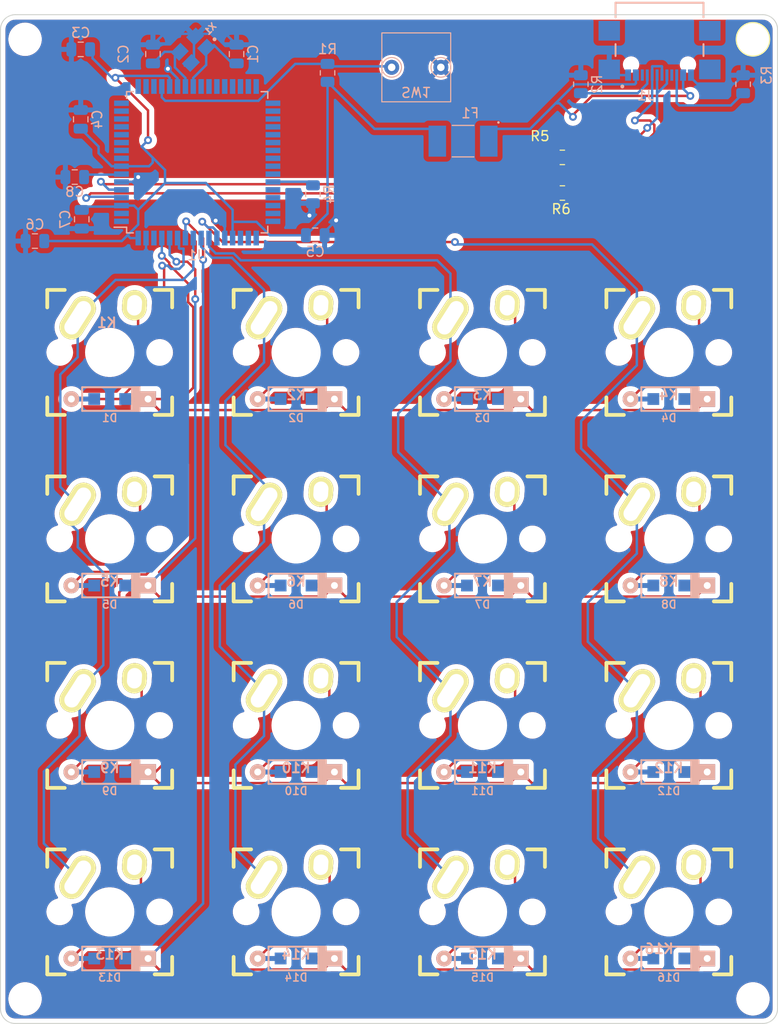
<source format=kicad_pcb>
(kicad_pcb (version 20210824) (generator pcbnew)
  (title_block (title "Mini-Keyboard MKII") (date "2021-09-02") (rev "B1"))
  (layers (0 "F.Cu" signal) (31 "B.Cu" signal) (34 "B.Paste" user) (35 "F.Paste" user) (36 "B.SilkS" user "B.Silkscreen") (37 "F.SilkS" user "F.Silkscreen") (38 "B.Mask" user) (39 "F.Mask" user) (44 "Edge.Cuts" user))
  (net 0 "")
  (net 1 "Net-(C1-Pad1)")
  (net 2 "GND")
  (net 3 "Net-(C2-Pad1)")
  (net 4 "VCC")
  (net 5 "Net-(C8-Pad2)")
  (net 6 "Net-(D1-Pad2)")
  (net 7 "row0")
  (net 8 "Net-(D2-Pad2)")
  (net 9 "Net-(D3-Pad2)")
  (net 10 "Net-(D4-Pad2)")
  (net 11 "Net-(D5-Pad2)")
  (net 12 "row1")
  (net 13 "Net-(D6-Pad2)")
  (net 14 "Net-(D7-Pad2)")
  (net 15 "Net-(D8-Pad2)")
  (net 16 "Net-(D9-Pad2)")
  (net 17 "row2")
  (net 18 "Net-(D10-Pad2)")
  (net 19 "Net-(D11-Pad2)")
  (net 20 "Net-(D12-Pad2)")
  (net 21 "Net-(D13-Pad2)")
  (net 22 "row3")
  (net 23 "Net-(D14-Pad2)")
  (net 24 "Net-(D15-Pad2)")
  (net 25 "Net-(D16-Pad2)")
  (net 27 "Net-(J1-PadB5)")
  (net 28 "Net-(J1-PadA5)")
  (net 30 "Net-(J1-PadA7)")
  (net 31 "Net-(J1-PadA6)")
  (net 32 "col0")
  (net 33 "col1")
  (net 34 "col2")
  (net 35 "col3")
  (net 36 "Net-(R1-Pad2)")
  (net 37 "Net-(R4-Pad2)")
  (net 78 "Net-(J1-PadA4)")
  (net 79 "Net-(U1-Pad5)")
  (net 80 "Net-(U1-Pad4)")
  (footprint "keebs:Mx_Alps_100" (layer "F.Cu") (at 132.9484 91.7629)
    (fp_text reference "K8")
    (fp_text value "KEYSW" hide)
  )
  (footprint "keebs:Mx_Alps_100" (layer "F.Cu") (at 95.0516 110.7113)
    (fp_text reference "K10")
    (fp_text value "KEYSW" hide)
  )
  (footprint "keyboard_main:m3 screw hole" (layer "F.Cu") (at 141.5 41)
    (fp_text reference "REF**" hide)
    (fp_text value "m3 screw hole" hide)
  )
  (footprint "keebs:Mx_Alps_100" (layer "F.Cu") (at 132.9484 129.6597)
    (fp_text reference "K16")
    (fp_text value "KEYSW" hide)
  )
  (footprint "keebs:Mx_Alps_100" (layer "F.Cu") (at 132.9484 110.7113)
    (fp_text reference "K12")
    (fp_text value "KEYSW" hide)
  )
  (footprint "Resistor_SMD:R_0805_2012Metric" (layer "F.Cu") (at 122.1275 56.62 180)
    (fp_text reference "R6")
    (fp_text value "22")
  )
  (footprint "Resistor_SMD:R_0805_2012Metric" (layer "F.Cu") (at 122.12 53 180)
    (fp_text reference "R5")
    (fp_text value "22")
  )
  (footprint "keebs:Mx_Alps_100" (layer "F.Cu") (at 114 129.6597)
    (fp_text reference "K15")
    (fp_text value "KEYSW" hide)
  )
  (footprint "" (layer "F.Cu") (at 67.5 41)
    (fp_text reference "")
    (fp_text value "")
  )
  (footprint "keebs:Mx_Alps_100" (layer "F.Cu") (at 76.1032 91.7629)
    (fp_text reference "K5")
    (fp_text value "KEYSW" hide)
  )
  (footprint "keebs:Mx_Alps_100" (layer "F.Cu") (at 95.0516 129.6597)
    (fp_text reference "K14")
    (fp_text value "KEYSW" hide)
  )
  (footprint "keebs:Mx_Alps_100" (layer "F.Cu") (at 114 72.8145)
    (fp_text reference "K3")
    (fp_text value "KEYSW" hide)
  )
  (footprint "keebs:Mx_Alps_100" (layer "F.Cu") (at 114 110.7113)
    (fp_text reference "K11")
    (fp_text value "KEYSW" hide)
  )
  (footprint "keebs:Mx_Alps_100" (layer "F.Cu") (at 95.0516 72.8145)
    (fp_text reference "K2")
    (fp_text value "KEYSW" hide)
  )
  (footprint "keebs:Mx_Alps_100" (layer "F.Cu") (at 114 91.7629)
    (fp_text reference "K7")
    (fp_text value "KEYSW" hide)
  )
  (footprint "keebs:Mx_Alps_100" (layer "F.Cu") (at 132.9484 72.8145)
    (fp_text reference "K4")
    (fp_text value "KEYSW" hide)
  )
  (footprint "" (layer "F.Cu") (at 141.5 138.5)
    (fp_text reference "")
    (fp_text value "")
  )
  (footprint "keebs:Mx_Alps_100" (layer "F.Cu") (at 76.1032 110.7113)
    (fp_text reference "K9")
    (fp_text value "KEYSW" hide)
  )
  (footprint "keebs:Mx_Alps_100" (layer "F.Cu") (at 76.1032 129.6597)
    (fp_text reference "K13")
    (fp_text value "KEYSW" hide)
  )
  (footprint "keebs:Mx_Alps_100" (layer "F.Cu") (at 76.1032 72.8145)
    (fp_text reference "K1")
    (fp_text value "KEYSW" hide)
  )
  (footprint "" (layer "F.Cu") (at 67.5 138.5)
    (fp_text reference "")
    (fp_text value "")
  )
  (footprint "keebs:Mx_Alps_100" (layer "F.Cu") (at 95.0516 91.7629)
    (fp_text reference "K6")
    (fp_text value "KEYSW" hide)
  )
  (footprint "Capacitor_SMD:C_0805_2012Metric" (layer "B.Cu") (at 97 60.9125)
    (fp_text reference "C5")
    (fp_text value "0.1u")
  )
  (footprint "Resistor_SMD:R_0805_2012Metric" (layer "B.Cu") (at 98.25 44.4125 90)
    (fp_text reference "R1")
    (fp_text value "10k")
  )
  (footprint "keyboard_parts:D_SOD123_axial" (layer "B.Cu") (at 114 115.4484 180)
    (fp_text reference "D11")
    (fp_text value "D" hide)
  )
  (footprint "Capacitor_SMD:C_0805_2012Metric" (layer "B.Cu") (at 89 42.5 90)
    (fp_text reference "C1")
    (fp_text value "22p")
  )
  (footprint "keyboard_main:b3f-6000" (layer "B.Cu") (at 107.27 43.85)
    (fp_text reference "SW1")
    (fp_text value "SW_PUSH")
  )
  (footprint "keyboard_parts:D_SOD123_axial" (layer "B.Cu") (at 76.1032 115.4484 180)
    (fp_text reference "D9")
    (fp_text value "D" hide)
  )
  (footprint "keyboard_parts:D_SOD123_axial" (layer "B.Cu") (at 132.9484 115.4484 180)
    (fp_text reference "D12")
    (fp_text value "D" hide)
  )
  (footprint "Capacitor_SMD:C_0805_2012Metric" (layer "B.Cu") (at 73.260075 59.2871 -90)
    (fp_text reference "C7")
    (fp_text value "4.7u")
  )
  (footprint "keyboard_parts:D_SOD123_axial" (layer "B.Cu") (at 132.9484 134.3968 180)
    (fp_text reference "D16")
    (fp_text value "D" hide)
  )
  (footprint "Resistor_SMD:R_0805_2012Metric" (layer "B.Cu") (at 96.76565 56.75105 90)
    (fp_text reference "R4")
    (fp_text value "10k")
  )
  (footprint "keyboard_parts:D_SOD123_axial" (layer "B.Cu") (at 132.9484 96.5 180)
    (fp_text reference "D8")
    (fp_text value "D" hide)
  )
  (footprint "keyboard_parts:D_SOD123_axial" (layer "B.Cu") (at 95.0516 96.5 180)
    (fp_text reference "D6")
    (fp_text value "D" hide)
  )
  (footprint "keyboard_parts:D_SOD123_axial" (layer "B.Cu") (at 95.0516 77.5516 180)
    (fp_text reference "D2")
    (fp_text value "D" hide)
  )
  (footprint "keyboard_parts:D_SOD123_axial" (layer "B.Cu") (at 76.1032 96.5 180)
    (fp_text reference "D5")
    (fp_text value "D" hide)
  )
  (footprint "keyboard_parts:FUSM4632X75" (layer "B.Cu") (at 112.025 51.35 180)
    (fp_text reference "F1")
    (fp_text value "500mA")
  )
  (footprint "keyboard_parts:D_SOD123_axial" (layer "B.Cu") (at 132.9484 77.5516 180)
    (fp_text reference "D4")
    (fp_text value "D" hide)
  )
  (footprint "Resistor_SMD:R_0805_2012Metric" (layer "B.Cu") (at 124 45.5625 90)
    (fp_text reference "R2")
    (fp_text value "5.1k")
  )
  (footprint "keyboard_parts:D_SOD123_axial" (layer "B.Cu") (at 76.1032 134.3968 180)
    (fp_text reference "D13")
    (fp_text value "D" hide)
  )
  (footprint "Capacitor_SMD:C_0805_2012Metric" (layer "B.Cu") (at 68.5 61.5 180)
    (fp_text reference "C6")
    (fp_text value "0.1u")
  )
  (footprint "keyboard_parts:D_SOD123_axial" (layer "B.Cu") (at 95.0516 115.4484 180)
    (fp_text reference "D10")
    (fp_text value "D" hide)
  )
  (footprint "Capacitor_SMD:C_0805_2012Metric" (layer "B.Cu") (at 73.15725 42.0258 180)
    (fp_text reference "C3")
    (fp_text value "0.1u")
  )
  (footprint "keyboard_main:GCT_USB4110-GF-A_REVB" (layer "B.Cu") (at 132 43.5625)
    (fp_text reference "J1")
    (fp_text value "USB_C_Receptacle_USB2.0")
  )
  (footprint "Package_QFP:TQFP-64_14x14mm_P0.8mm" (layer "B.Cu") (at 84.998522 53.4945)
    (fp_text reference "U1")
    (fp_text value "AT90USB1286-AU")
  )
  (footprint "keyboard_parts:D_SOD123_axial" (layer "B.Cu") (at 95.0516 134.3968 180)
    (fp_text reference "D14")
    (fp_text value "D" hide)
  )
  (footprint "keyboard_parts:D_SOD123_axial" (layer "B.Cu") (at 114 77.5516 180)
    (fp_text reference "D3")
    (fp_text value "D" hide)
  )
  (footprint "Capacitor_SMD:C_0805_2012Metric" (layer "B.Cu") (at 80.5 42.5 90)
    (fp_text reference "C2")
    (fp_text value "22p")
  )
  (footprint "keyboard_parts:D_SOD123_axial" (layer "B.Cu") (at 114 96.5 180)
    (fp_text reference "D7")
    (fp_text value "D" hide)
  )
  (footprint "keyboard_parts:D_SOD123_axial" (layer "B.Cu") (at 114 134.3968 180)
    (fp_text reference "D15")
    (fp_text value "D" hide)
  )
  (footprint "Resistor_SMD:R_0805_2012Metric" (layer "B.Cu") (at 140.5 45.5625 90)
    (fp_text reference "R3")
    (fp_text value "5.1k")
  )
  (footprint "keyboard_main:XTAL_403C35E26M00000" (layer "B.Cu") (at 84.57 42.06 -135)
    (fp_text reference "X1")
    (fp_text value "XTAL_GND")
  )
  (footprint "Capacitor_SMD:C_0805_2012Metric" (layer "B.Cu") (at 72.55 55)
    (fp_text reference "C8")
    (fp_text value "1u")
  )
  (footprint "Capacitor_SMD:C_0805_2012Metric" (layer "B.Cu") (at 73.15725 49.13145 90)
    (fp_text reference "C4")
    (fp_text value "0.1u")
  )
  (footprint "keyboard_parts:D_SOD123_axial" (layer "B.Cu") (at 76.1032 77.5516 180)
    (fp_text reference "D1")
    (fp_text value "D" hide)
  )
  (gr_arc (start 142.5 139.5) (end 144 139.5) (angle 90) (layer "Edge.Cuts") (width 0.1))
  (gr_arc (start 66.5 139.5) (end 65 139.5) (angle -90) (layer "Edge.Cuts") (width 0.1))
  (gr_line (start 144 40) (end 144 139.5) (layer "Edge.Cuts") (width 0.1))
  (gr_arc (start 66.5 40) (end 65 40) (angle 90) (layer "Edge.Cuts") (width 0.1))
  (gr_line (start 65 40) (end 65 139.5) (layer "Edge.Cuts") (width 0.1))
  (gr_arc (start 142.5 40) (end 142.5 38.5) (angle 90) (layer "Edge.Cuts") (width 0.1))
  (gr_line (start 66.5 141) (end 142.5 141) (layer "Edge.Cuts") (width 0.1))
  (gr_line (start 66.5 38.5) (end 142.5 38.5) (layer "Edge.Cuts") (width 0.1))
  (segment (start 85.913503 41.847868) (end 85.913503 43.605497) (width 0.25) (layer "B.Cu") (net 1))
  (segment (start 88.56127 43.45) (end 89 43.45) (width 0.25) (layer "B.Cu") (net 1))
  (segment (start 85.913503 43.605497) (end 84.598522 44.920478) (width 0.25) (layer "B.Cu") (net 1))
  (segment (start 84.598522 44.920478) (end 84.598522 45.7945) (width 0.25) (layer "B.Cu") (net 1))
  (segment (start 86.687006 41.575736) (end 88.56127 43.45) (width 0.25) (layer "B.Cu") (net 1))
  (segment (start 82.021149 43.995857) (end 82.021149 43.228851) (width 0.25) (layer "F.Cu") (net 2))
  (segment (start 81 55) (end 83.5 52.5) (width 0.25) (layer "F.Cu") (net 2))
  (segment (start 79 55) (end 81 55) (width 0.25) (layer "F.Cu") (net 2))
  (segment (start 98.63 58.91) (end 96.41 58.91) (width 0.25) (layer "F.Cu") (net 2))
  (segment (start 99.12 59.4) (end 98.63 58.91) (width 0.25) (layer "F.Cu") (net 2))
  (via (at 99.12 59.4) (size 0.8) (drill 0.4) (layers "F.Cu" "B.Cu") (net 2))
  (via (at 79 55) (size 0.8) (drill 0.4) (layers "F.Cu" "B.Cu") (net 2))
  (via (at 86.874712 59.425288) (size 0.8) (drill 0.4) (layers "F.Cu" "B.Cu") (net 2))
  (via (at 96.41 58.91) (size 0.8) (drill 0.4) (layers "F.Cu" "B.Cu") (net 2))
  (via (at 82.021149 43.995857) (size 0.8) (drill 0.4) (layers "F.Cu" "B.Cu") (net 2))
  (segment (start 88.85 41.3) (end 89 41.45) (width 0.25) (layer "B.Cu") (net 2))
  (segment (start 82.998522 45.7945) (end 82.998522 44.97323) (width 0.25) (layer "B.Cu") (net 2))
  (segment (start 80.65 41.3) (end 80.5 41.45) (width 0.25) (layer "B.Cu") (net 2))
  (segment (start 78.5255 55.4745) (end 79 55) (width 0.25) (layer "B.Cu") (net 2))
  (segment (start 79.798522 62.951478) (end 79.46 63.29) (width 0.25) (layer "B.Cu") (net 2))
  (segment (start 87.894365 40.444365) (end 89 41.55) (width 0.25) (layer "B.Cu") (net 2))
  (segment (start 96.41 58.0192) (end 96.76565 57.66355) (width 0.25) (layer "B.Cu") (net 2))
  (segment (start 80.5 41.55) (end 81.605635 40.444365) (width 0.25) (layer "B.Cu") (net 2))
  (segment (start 96.41 58.91) (end 96.41 58.0192) (width 0.25) (layer "B.Cu") (net 2))
  (segment (start 135.3625 45.054022) (end 135.808478 45.5) (width 0.25) (layer "B.Cu") (net 2))
  (segment (start 79.798522 61.1945) (end 79.798522 62.951478) (width 0.25) (layer "B.Cu") (net 2))
  (segment (start 84.782132 40.716497) (end 83.85 39.784365) (width 0.25) (layer "B.Cu") (net 2))
  (segment (start 81.605635 40.444365) (end 87.894365 40.444365) (width 0.25) (layer "B.Cu") (net 2))
  (segment (start 87.8 60) (end 87.225288 59.425288) (width 0.25) (layer "B.Cu") (net 2))
  (segment (start 82.998522 44.97323) (end 82.021149 43.995857) (width 0.25) (layer "B.Cu") (net 2))
  (segment (start 84.669744 40.828885) (end 84.669744 43.091627) (width 0.25) (layer "B.Cu") (net 2))
  (segment (start 127.465 44.6375) (end 126.89 44.0625) (width 0.25) (layer "B.Cu") (net 2))
  (segment (start 128.8 44.6375) (end 127.465 44.6375) (width 0.25) (layer "B.Cu") (net 2))
  (segment (start 77.3 55.4745) (end 78.5255 55.4745) (width 0.25) (layer "B.Cu") (net 2))
  (segment (start 135.808478 45.5) (end 139.65 45.5) (width 0.25) (layer "B.Cu") (net 2))
  (segment (start 84.282843 43.131371) (end 83.732107 43.682107) (width 0.25) (layer "B.Cu") (net 2))
  (segment (start 139.65 45.5) (end 140.5 44.65) (width 0.25) (layer "B.Cu") (net 2))
  (segment (start 82.998522 45.7945) (end 82.998522 45.941478) (width 0.25) (layer "B.Cu") (net 2))
  (segment (start 97.95 60.9125) (end 97.95 60.57) (width 0.25) (layer "B.Cu") (net 2))
  (segment (start 97.95 60.57) (end 99.12 59.4) (width 0.25) (layer "B.Cu") (net 2))
  (segment (start 84.782132 40.716497) (end 84.669744 40.828885) (width 0.25) (layer "B.Cu") (net 2))
  (segment (start 87.798522 60.9945) (end 87.798522 59.9945) (width 0.25) (layer "B.Cu") (net 2))
  (segment (start 83.85 39.784365) (end 83.85 39.51) (width 0.25) (layer "B.Cu") (net 2))
  (segment (start 84.669744 43.091627) (end 84.357868 43.403503) (width 0.25) (layer "B.Cu") (net 2))
  (segment (start 83.226497 42.272132) (end 81.677868 42.272132) (width 0.25) (layer "B.Cu") (net 3))
  (segment (start 83.798522 44.920478) (end 83.798522 45.7945) (width 0.25) (layer "B.Cu") (net 3))
  (segment (start 81.677868 42.272132) (end 80.5 43.45) (width 0.25) (layer "B.Cu") (net 3))
  (segment (start 82.731522 43.853478) (end 83.798522 44.920478) (width 0.25) (layer "B.Cu") (net 3))
  (segment (start 83.226497 42.272132) (end 82.731522 42.767107) (width 0.25) (layer "B.Cu") (net 3))
  (segment (start 82.731522 42.767107) (end 82.731522 43.853478) (width 0.25) (layer "B.Cu") (net 3))
  (segment (start 76.68 44.91) (end 80 48.23) (width 0.25) (layer "F.Cu") (net 4))
  (segment (start 80 48.23) (end 80 51.25) (width 0.25) (layer "F.Cu") (net 4))
  (via (at 76.68 44.91) (size 0.8) (drill 0.4) (layers "F.Cu" "B.Cu") (net 4))
  (via (at 80 51.25) (size 0.8) (drill 0.4) (layers "F.Cu" "B.Cu") (net 4))
  (segment (start 78.2 61.2) (end 79 61.2) (width 0.25) (layer "B.Cu") (net 4))
  (segment (start 76.68 44.91) (end 76.34 44.91) (width 0.25) (layer "B.Cu") (net 4))
  (segment (start 74.9758 52.5758) (end 76.3 53.9) (width 0.25) (layer "B.Cu") (net 4))
  (segment (start 88.598522 61.1945) (end 88.6 61.193022) (width 0.25) (layer "B.Cu") (net 4))
  (segment (start 79 59.2) (end 79 58.325978) (width 0.25) (layer "B.Cu") (net 4))
  (segment (start 77.3 53.9) (end 80.1 53.9) (width 0.25) (layer "B.Cu") (net 4))
  (segment (start 79.35 51.9) (end 80.475 53.025) (width 0.25) (layer "B.Cu") (net 4))
  (segment (start 98.25 58.7125) (end 96.05 60.9125) (width 0.25) (layer "B.Cu") (net 4))
  (segment (start 92.390544 60.9125) (end 91.028044 59.55) (width 0.25) (layer "B.Cu") (net 4))
  (segment (start 85.874022 55.6) (end 81.725978 55.6) (width 0.25) (layer "B.Cu") (net 4))
  (segment (start 73.597175 58) (end 77.402825 58) (width 0.25) (layer "B.Cu") (net 4))
  (segment (start 80.1 53.9) (end 80.475 53.525) (width 0.25) (layer "B.Cu") (net 4))
  (segment (start 77.9125 60.9125) (end 77.325 61.5) (width 0.25) (layer "B.Cu") (net 4))
  (segment (start 103.025 50.1) (end 98.25 45.325) (width 0.25) (layer "B.Cu") (net 4))
  (segment (start 76.68 44.91) (end 76.870011 44.719989) (width 0.25) (layer "B.Cu") (net 4))
  (segment (start 79 58.325978) (end 78.574022 57.9) (width 0.25) (layer "B.Cu") (net 4))
  (segment (start 76.34 44.91) (end 74.35597 42.92597) (width 0.25) (layer "B.Cu") (net 4))
  (segment (start 91.028044 59.55) (end 88.6 59.55) (width 0.25) (layer "B.Cu") (net 4))
  (segment (start 74.35597 42.27452) (end 74.10725 42.0258) (width 0.25) (layer "B.Cu") (net 4))
  (segment (start 96.05 60.9125) (end 92.390544 60.9125) (width 0.25) (layer "B.Cu") (net 4))
  (segment (start 82.198522 44.920478) (end 82.198522 45.7945) (width 0.25) (layer "B.Cu") (net 4))
  (segment (start 73.15725 50.08145) (end 74.9758 51.9) (width 0.25) (layer "B.Cu") (net 4))
  (segment (start 77.9125 60.9125) (end 78.2 61.2) (width 0.25) (layer "B.Cu") (net 4))
  (segment (start 109.765 50.1) (end 103.025 50.1) (width 0.25) (layer "B.Cu") (net 4))
  (segment (start 81.998033 44.719989) (end 82.198522 44.920478) (width 0.25) (layer "B.Cu") (net 4))
  (segment (start 88.6 61.193022) (end 88.6 58.325978) (width 0.25) (layer "B.Cu") (net 4))
  (segment (start 98.25 45.325) (end 98.25 58.7125) (width 0.25) (layer "B.Cu") (net 4))
  (segment (start 77.9125 60.9125) (end 79 59.825) (width 0.25) (layer "B.Cu") (net 4))
  (segment (start 80.475 53.025) (end 81.725978 54.275978) (width 0.25) (layer "B.Cu") (net 4))
  (segment (start 80.475 53.525) (end 80.475 53.025) (width 0.25) (layer "B.Cu") (net 4))
  (segment (start 81.725978 54.275978) (end 81.725978 55.6) (width 0.25) (layer "B.Cu") (net 4))
  (segment (start 74.9758 51.9) (end 74.9758 52.5758) (width 0.25) (layer "B.Cu") (net 4))
  (segment (start 88.6 58.325978) (end 85.874022 55.6) (width 0.25) (layer "B.Cu") (net 4))
  (segment (start 79 58.325978) (end 81.725978 55.6) (width 0.25) (layer "B.Cu") (net 4))
  (segment (start 74.35597 42.92597) (end 74.35597 42.27452) (width 0.25) (layer "B.Cu") (net 4))
  (segment (start 76.3 53.9) (end 77.3 53.9) (width 0.25) (layer "B.Cu") (net 4))
  (segment (start 73.260075 58.3371) (end 73.597175 58) (width 0.25) (layer "B.Cu") (net 4))
  (segment (start 78.574022 57.9) (end 77.3 57.9) (width 0.25) (layer "B.Cu") (net 4))
  (segment (start 76.870011 44.719989) (end 81.998033 44.719989) (width 0.25) (layer "B.Cu") (net 4))
  (segment (start 80 51.25) (end 79.35 51.9) (width 0.25) (layer "B.Cu") (net 4))
  (segment (start 77.325 61.5) (end 69.45 61.5) (width 0.25) (layer "B.Cu") (net 4))
  (segment (start 79 59.825) (end 79 59.2) (width 0.25) (layer "B.Cu") (net 4))
  (segment (start 73.75085 54.74915) (end 77.42005 54.74915) (width 0.25) (layer "B.Cu") (net 5))
  (segment (start 73.5 55) (end 73.75085 54.74915) (width 0.25) (layer "B.Cu") (net 5))
  (segment (start 72.2032 77.5516) (end 77.118461 77.5516) (width 0.25) (layer "F.Cu") (net 6))
  (segment (start 78.99 68.3913) (end 78.6232 68.0245) (width 0.25) (layer "F.Cu") (net 6))
  (segment (start 77.118461 77.5516) (end 78.99 75.680061) (width 0.25) (layer "F.Cu") (net 6))
  (segment (start 78.99 75.680061) (end 78.99 68.3913) (width 0.25) (layer "F.Cu") (net 6))
  (segment (start 72.2032 77.5516) (end 72.6 77.1548) (width 0.25) (layer "F.Cu") (net 6))
  (segment (start 135.723889 78.676111) (end 136.8484 77.5516) (width 0.25) (layer "F.Cu") (net 7))
  (segment (start 82.159122 63.699897) (end 82.159122 63.900125) (width 0.25) (layer "F.Cu") (net 7))
  (segment (start 97.827089 78.676111) (end 98.9516 77.5516) (width 0.25) (layer "F.Cu") (net 7))
  (segment (start 117.9 77.5516) (end 119.024511 78.676111) (width 0.25) (layer "F.Cu") (net 7))
  (segment (start 81.127711 78.676111) (end 97.827089 78.676111) (width 0.25) (layer "F.Cu") (net 7))
  (segment (start 81.459225 63) (end 82.159122 63.699897) (width 0.25) (layer "F.Cu") (net 7))
  (segment (start 84.075489 65.816492) (end 84.075489 67.700103) (width 0.25) (layer "F.Cu") (net 7))
  (segment (start 98.9516 77.5516) (end 100.076111 78.676111) (width 0.25) (layer "F.Cu") (net 7))
  (segment (start 100.076111 78.676111) (end 116.775489 78.676111) (width 0.25) (layer "F.Cu") (net 7))
  (segment (start 82.159122 63.900125) (end 84.075489 65.816492) (width 0.25) (layer "F.Cu") (net 7))
  (segment (start 119.024511 78.676111) (end 135.723889 78.676111) (width 0.25) (layer "F.Cu") (net 7))
  (segment (start 84.6 76.4) (end 83.4484 77.5516) (width 0.25) (layer "F.Cu") (net 7))
  (segment (start 80.0032 77.5516) (end 81.127711 78.676111) (width 0.25) (layer "F.Cu") (net 7))
  (segment (start 84.075489 67.700103) (end 84.6 68.224614) (width 0.25) (layer "F.Cu") (net 7))
  (segment (start 116.775489 78.676111) (end 117.9 77.5516) (width 0.25) (layer "F.Cu") (net 7))
  (segment (start 83.4484 77.5516) (end 80.0032 77.5516) (width 0.25) (layer "F.Cu") (net 7))
  (segment (start 84.6 68.224614) (end 84.6 76.4) (width 0.25) (layer "F.Cu") (net 7))
  (segment (start 81.4 63) (end 81.459225 63) (width 0.25) (layer "F.Cu") (net 7))
  (via (at 81.4 63) (size 0.8) (drill 0.4) (layers "F.Cu" "B.Cu") (net 7))
  (segment (start 81.4 63) (end 81.4 61.2) (width 0.25) (layer "B.Cu") (net 7))
  (segment (start 92.5316 76.1716) (end 96.4484 76.1716) (width 0.25) (layer "F.Cu") (net 8))
  (segment (start 91.1516 77.5516) (end 92.5316 76.1716) (width 0.25) (layer "F.Cu") (net 8))
  (segment (start 98.21 74.41) (end 98.21 68.6629) (width 0.25) (layer "F.Cu") (net 8))
  (segment (start 98.21 68.6629) (end 97.5716 68.0245) (width 0.25) (layer "F.Cu") (net 8))
  (segment (start 96.4484 76.1716) (end 98.21 74.41) (width 0.25) (layer "F.Cu") (net 8))
  (segment (start 115.5284 76.1716) (end 117.32 74.38) (width 0.25) (layer "F.Cu") (net 9))
  (segment (start 110.1 77.5516) (end 111.48 76.1716) (width 0.25) (layer "F.Cu") (net 9))
  (segment (start 117.32 74.38) (end 117.32 68.8245) (width 0.25) (layer "F.Cu") (net 9))
  (segment (start 111.48 76.1716) (end 115.5284 76.1716) (width 0.25) (layer "F.Cu") (net 9))
  (segment (start 117.32 68.8245) (end 116.52 68.0245) (width 0.25) (layer "F.Cu") (net 9))
  (segment (start 116.52 68.0245) (end 116.115 68.0245) (width 0.25) (layer "B.Cu") (net 9))
  (segment (start 134.9784 76.1716) (end 136.02 75.13) (width 0.25) (layer "F.Cu") (net 10))
  (segment (start 136.02 75.13) (end 136.02 68.5761) (width 0.25) (layer "F.Cu") (net 10))
  (segment (start 136.02 68.5761) (end 135.4684 68.0245) (width 0.25) (layer "F.Cu") (net 10))
  (segment (start 130.4284 76.1716) (end 134.9784 76.1716) (width 0.25) (layer "F.Cu") (net 10))
  (segment (start 129.0484 77.5516) (end 130.4284 76.1716) (width 0.25) (layer "F.Cu") (net 10))
  (segment (start 73.5832 95.12) (end 77.64 95.12) (width 0.25) (layer "F.Cu") (net 11))
  (segment (start 79.19 93.57) (end 79.19 87.5397) (width 0.25) (layer "F.Cu") (net 11))
  (segment (start 72.2032 96.5) (end 73.5832 95.12) (width 0.25) (layer "F.Cu") (net 11))
  (segment (start 77.64 95.12) (end 79.19 93.57) (width 0.25) (layer "F.Cu") (net 11))
  (segment (start 79.19 87.5397) (end 78.6232 86.9729) (width 0.25) (layer "F.Cu") (net 11))
  (segment (start 84.8 64.4) (end 84 63.6) (width 0.25) (layer "F.Cu") (net 12))
  (segment (start 81.127711 97.624511) (end 97.827089 97.624511) (width 0.25) (layer "F.Cu") (net 12))
  (segment (start 100.076111 97.624511) (end 116.775489 97.624511) (width 0.25) (layer "F.Cu") (net 12))
  (segment (start 98.9516 96.5) (end 100.076111 97.624511) (width 0.25) (layer "F.Cu") (net 12))
  (segment (start 80.0032 96.5) (end 81.127711 97.624511) (width 0.25) (layer "F.Cu") (net 12))
  (segment (start 97.827089 97.624511) (end 98.9516 96.5) (width 0.25) (layer "F.Cu") (net 12))
  (segment (start 135.723889 97.624511) (end 136.8484 96.5) (width 0.25) (layer "F.Cu") (net 12))
  (segment (start 119.024511 97.624511) (end 135.723889 97.624511) (width 0.25) (layer "F.Cu") (net 12))
  (segment (start 116.775489 97.624511) (end 117.9 96.5) (width 0.25) (layer "F.Cu") (net 12))
  (segment (start 84.8 67.4) (end 84.8 64.4) (width 0.25) (layer "F.Cu") (net 12))
  (segment (start 84 63.6) (end 82.883611 63.6) (width 0.25) (layer "F.Cu") (net 12))
  (segment (start 117.9 96.5) (end 119.024511 97.624511) (width 0.25) (layer "F.Cu") (net 12))
  (via (at 84.8 67.4) (size 0.8) (drill 0.4) (layers "F.Cu" "B.Cu") (net 12))
  (via (at 82.883611 63.6) (size 0.8) (drill 0.4) (layers "F.Cu" "B.Cu") (net 12))
  (segment (start 82.883611 63.6) (end 82.2 62.916389) (width 0.25) (layer "B.Cu") (net 12))
  (segment (start 82.2 62.916389) (end 82.2 61.2) (width 0.25) (layer "B.Cu") (net 12))
  (segment (start 80.0032 96.5) (end 84.8 91.7032) (width 0.25) (layer "B.Cu") (net 12))
  (segment (start 84.8 91.7032) (end 84.8 67.4) (width 0.25) (layer "B.Cu") (net 12))
  (segment (start 92.5316 95.12) (end 96.91 95.12) (width 0.25) (layer "F.Cu") (net 13))
  (segment (start 98.16 87.5613) (end 97.5716 86.9729) (width 0.25) (layer "F.Cu") (net 13))
  (segment (start 98.16 93.87) (end 98.16 87.5613) (width 0.25) (layer "F.Cu") (net 13))
  (segment (start 91.1516 96.5) (end 92.5316 95.12) (width 0.25) (layer "F.Cu") (net 13))
  (segment (start 96.91 95.12) (end 98.16 93.87) (width 0.25) (layer "F.Cu") (net 13))
  (segment (start 115.86 95.12) (end 117.24 93.74) (width 0.25) (layer "F.Cu") (net 14))
  (segment (start 117.24 93.74) (end 117.24 87.6929) (width 0.25) (layer "F.Cu") (net 14))
  (segment (start 111.48 95.12) (end 115.86 95.12) (width 0.25) (layer "F.Cu") (net 14))
  (segment (start 117.24 87.6929) (end 116.52 86.9729) (width 0.25) (layer "F.Cu") (net 14))
  (segment (start 110.1 96.5) (end 111.48 95.12) (width 0.25) (layer "F.Cu") (net 14))
  (segment (start 136.06 93.94) (end 136.06 87.5645) (width 0.25) (layer "F.Cu") (net 15))
  (segment (start 129.0484 96.5) (end 130.4284 95.12) (width 0.25) (layer "F.Cu") (net 15))
  (segment (start 130.4284 95.12) (end 134.88 95.12) (width 0.25) (layer "F.Cu") (net 15))
  (segment (start 134.88 95.12) (end 136.06 93.94) (width 0.25) (layer "F.Cu") (net 15))
  (segment (start 136.06 87.5645) (end 135.4684 86.9729) (width 0.25) (layer "F.Cu") (net 15))
  (segment (start 79.35 106.6481) (end 78.6232 105.9213) (width 0.25) (layer "F.Cu") (net 16))
  (segment (start 72.2032 115.4484) (end 73.5832 114.0684) (width 0.25) (layer "F.Cu") (net 16))
  (segment (start 73.5832 114.0684) (end 77.8216 114.0684) (width 0.25) (layer "F.Cu") (net 16))
  (segment (start 77.8216 114.0684) (end 79.35 112.54) (width 0.25) (layer "F.Cu") (net 16))
  (segment (start 79.35 112.54) (end 79.35 106.6481) (width 0.25) (layer "F.Cu") (net 16))
  (segment (start 135.723889 116.572911) (end 136.8484 115.4484) (width 0.25) (layer "F.Cu") (net 17))
  (segment (start 80.0032 115.4484) (end 81.127711 116.572911) (width 0.25) (layer "F.Cu") (net 17))
  (segment (start 81.634611 69.834611) (end 81.634611 64.2) (width 0.25) (layer "F.Cu") (net 17))
  (segment (start 83.536034 84.263966) (end 78.878689 79.606621) (width 0.25) (layer "F.Cu") (net 17))
  (segment (start 77.075381 97.178797) (end 78.878689 95.375489) (width 0.25) (layer "F.Cu") (net 17))
  (segment (start 77.075381 100.724619) (end 77.075381 97.178797) (width 0.25) (layer "F.Cu") (net 17))
  (segment (start 78.878689 79.606621) (end 78.878689 76.427089) (width 0.25) (layer "F.Cu") (net 17))
  (segment (start 80.705778 74.6) (end 83.6 74.6) (width 0.25) (layer "F.Cu") (net 17))
  (segment (start 116.775489 116.572911) (end 117.9 115.4484) (width 0.25) (layer "F.Cu") (net 17))
  (segment (start 79.824511 95.375489) (end 83.536034 91.663966) (width 0.25) (layer "F.Cu") (net 17))
  (segment (start 98.9516 115.4484) (end 100.076111 116.572911) (width 0.25) (layer "F.Cu") (net 17))
  (segment (start 78.878689 76.427089) (end 80.705778 74.6) (width 0.25) (layer "F.Cu") (net 17))
  (segment (start 81.634611 64.2) (end 81.434611 64) (width 0.25) (layer "F.Cu") (net 17))
  (segment (start 83.536034 91.663966) (end 83.536034 84.263966) (width 0.25) (layer "F.Cu") (net 17))
  (segment (start 83.6 71.8) (end 81.634611 69.834611) (width 0.25) (layer "F.Cu") (net 17))
  (segment (start 84 107.649238) (end 77.075381 100.724619) (width 0.25) (layer "F.Cu") (net 17))
  (segment (start 100.076111 116.572911) (end 116.775489 116.572911) (width 0.25) (layer "F.Cu") (net 17))
  (segment (start 78.878689 95.375489) (end 79.824511 95.375489) (width 0.25) (layer "F.Cu") (net 17))
  (segment (start 80.0032 115.4484) (end 80.7516 115.4484) (width 0.25) (layer "F.Cu") (net 17))
  (segment (start 80.7516 115.4484) (end 84 112.2) (width 0.25) (layer "F.Cu") (net 17))
  (segment (start 97.827089 116.572911) (end 98.9516 115.4484) (width 0.25) (layer "F.Cu") (net 17))
  (segment (start 119.024511 116.572911) (end 135.723889 116.572911) (width 0.25) (layer "F.Cu") (net 17))
  (segment (start 84 112.2) (end 84 107.649238) (width 0.25) (layer "F.Cu") (net 17))
  (segment (start 117.9 115.4484) (end 119.024511 116.572911) (width 0.25) (layer "F.Cu") (net 17))
  (segment (start 83.6 74.6) (end 83.6 71.8) (width 0.25) (layer "F.Cu") (net 17))
  (segment (start 81.127711 116.572911) (end 97.827089 116.572911) (width 0.25) (layer "F.Cu") (net 17))
  (via (at 81.434611 64) (size 0.8) (drill 0.4) (layers "F.Cu" "B.Cu") (net 17))
  (segment (start 82 64) (end 82.324511 64.324511) (width 0.25) (layer "B.Cu") (net 17))
  (segment (start 83.608122 63.900103) (end 83.608122 62.274511) (width 0.25) (layer "B.Cu") (net 17))
  (segment (start 83.183714 64.324511) (end 83.608122 63.900103) (width 0.25) (layer "B.Cu") (net 17))
  (segment (start 82.324511 64.324511) (end 83.183714 64.324511) (width 0.25) (layer "B.Cu") (net 17))
  (segment (start 83.200489 62.274511) (end 83.15 62.224022) (width 0.25) (layer "B.Cu") (net 17))
  (segment (start 83.15 61.35) (end 83 61.2) (width 0.25) (layer "B.Cu") (net 17))
  (segment (start 83.15 62.224022) (end 83.15 61.35) (width 0.25) (layer "B.Cu") (net 17))
  (segment (start 81.434611 64) (end 82 64) (width 0.25) (layer "B.Cu") (net 17))
  (segment (start 83.608122 62.274511) (end 83.200489 62.274511) (width 0.25) (layer "B.Cu") (net 17))
  (segment (start 98.43 112.15) (end 98.43 106.7797) (width 0.25) (layer "F.Cu") (net 18))
  (segment (start 91.1516 115.4484) (end 92.5316 114.0684) (width 0.25) (layer "F.Cu") (net 18))
  (segment (start 98.43 106.7797) (end 97.5716 105.9213) (width 0.25) (layer "F.Cu") (net 18))
  (segment (start 96.5116 114.0684) (end 98.43 112.15) (width 0.25) (layer "F.Cu") (net 18))
  (segment (start 92.5316 114.0684) (end 96.5116 114.0684) (width 0.25) (layer "F.Cu") (net 18))
  (segment (start 110.1 115.4484) (end 111.48 114.0684) (width 0.25) (layer "F.Cu") (net 19))
  (segment (start 117.32 112.4) (end 117.32 106.7213) (width 0.25) (layer "F.Cu") (net 19))
  (segment (start 115.6516 114.0684) (end 117.32 112.4) (width 0.25) (layer "F.Cu") (net 19))
  (segment (start 111.48 114.0684) (end 115.6516 114.0684) (width 0.25) (layer "F.Cu") (net 19))
  (segment (start 117.32 106.7213) (end 116.52 105.9213) (width 0.25) (layer "F.Cu") (net 19))
  (segment (start 136.17 106.6229) (end 135.4684 105.9213) (width 0.25) (layer "F.Cu") (net 20))
  (segment (start 129.0484 115.4484) (end 130.4284 114.0684) (width 0.25) (layer "F.Cu") (net 20))
  (segment (start 130.4284 114.0684) (end 135.1216 114.0684) (width 0.25) (layer "F.Cu") (net 20))
  (segment (start 136.17 113.02) (end 136.17 106.6229) (width 0.25) (layer "F.Cu") (net 20))
  (segment (start 135.1216 114.0684) (end 136.17 113.02) (width 0.25) (layer "F.Cu") (net 20))
  (segment (start 77.8832 133.0168) (end 79.28 131.62) (width 0.25) (layer "F.Cu") (net 21))
  (segment (start 72.2032 134.3968) (end 73.5832 133.0168) (width 0.25) (layer "F.Cu") (net 21))
  (segment (start 79.28 125.5265) (end 78.6232 124.8697) (width 0.25) (layer "F.Cu") (net 21))
  (segment (start 79.28 131.62) (end 79.28 125.5265) (width 0.25) (layer "F.Cu") (net 21))
  (segment (start 73.5832 133.0168) (end 77.8832 133.0168) (width 0.25) (layer "F.Cu") (net 21))
  (segment (start 135.723889 135.521311) (end 136.8484 134.3968) (width 0.25) (layer "F.Cu") (net 22))
  (segment (start 83.8755 59.5) (end 85.6 61.2245) (width 0.25) (layer "F.Cu") (net 22))
  (segment (start 100.076111 135.521311) (end 116.775489 135.521311) (width 0.25) (layer "F.Cu") (net 22))
  (segment (start 97.827089 135.521311) (end 98.9516 134.3968) (width 0.25) (layer "F.Cu") (net 22))
  (segment (start 117.9 134.3968) (end 119.024511 135.521311) (width 0.25) (layer "F.Cu") (net 22))
  (segment (start 119.024511 135.521311) (end 135.723889 135.521311) (width 0.25) (layer "F.Cu") (net 22))
  (segment (start 80.0032 134.3968) (end 81.127711 135.521311) (width 0.25) (layer "F.Cu") (net 22))
  (segment (start 116.775489 135.521311) (end 117.9 134.3968) (width 0.25) (layer "F.Cu") (net 22))
  (segment (start 98.9516 134.3968) (end 100.076111 135.521311) (width 0.25) (layer "F.Cu") (net 22))
  (segment (start 85.6 61.2245) (end 85.6 63.4) (width 0.25) (layer "F.Cu") (net 22))
  (segment (start 81.127711 135.521311) (end 97.827089 135.521311) (width 0.25) (layer "F.Cu") (net 22))
  (via (at 85.6 63.4) (size 0.8) (drill 0.4) (layers "F.Cu" "B.Cu") (net 22))
  (via (at 83.8755 59.5) (size 0.8) (drill 0.4) (layers "F.Cu" "B.Cu") (net 22))
  (segment (start 83.8755 59.5) (end 83.8 59.5755) (width 0.25) (layer "B.Cu") (net 22))
  (segment (start 83.8 59.5755) (end 83.8 61.2) (width 0.25) (layer "B.Cu") (net 22))
  (segment (start 85.6 128.8) (end 85.6 63.4) (width 0.25) (layer "B.Cu") (net 22))
  (segment (start 80.0032 134.3968) (end 85.6 128.8) (width 0.25) (layer "B.Cu") (net 22))
  (segment (start 98.46 131.88) (end 98.46 125.7581) (width 0.25) (layer "F.Cu") (net 23))
  (segment (start 91.1516 134.3968) (end 92.8784 132.67) (width 0.25) (layer "F.Cu") (net 23))
  (segment (start 98.46 125.7581) (end 97.5716 124.8697) (width 0.25) (layer "F.Cu") (net 23))
  (segment (start 97.67 132.67) (end 98.46 131.88) (width 0.25) (layer "F.Cu") (net 23))
  (segment (start 92.8784 132.67) (end 97.67 132.67) (width 0.25) (layer "F.Cu") (net 23))
  (segment (start 117.31 131.78) (end 117.31 125.6597) (width 0.25) (layer "F.Cu") (net 24))
  (segment (start 116.0732 133.0168) (end 117.31 131.78) (width 0.25) (layer "F.Cu") (net 24))
  (segment (start 110.1 134.3968) (end 111.48 133.0168) (width 0.25) (layer "F.Cu") (net 24))
  (segment (start 111.48 133.0168) (end 116.0732 133.0168) (width 0.25) (layer "F.Cu") (net 24))
  (segment (start 117.31 125.6597) (end 116.52 124.8697) (width 0.25) (layer "F.Cu") (net 24))
  (segment (start 135.1632 133.0168) (end 136.17 132.01) (width 0.25) (layer "F.Cu") (net 25))
  (segment (start 129.0484 134.3968) (end 130.4284 133.0168) (width 0.25) (layer "F.Cu") (net 25))
  (segment (start 136.17 125.5713) (end 135.4684 124.8697) (width 0.25) (layer "F.Cu") (net 25))
  (segment (start 136.17 132.01) (end 136.17 125.5713) (width 0.25) (layer "F.Cu") (net 25))
  (segment (start 130.4284 133.0168) (end 135.1632 133.0168) (width 0.25) (layer "F.Cu") (net 25))
  (segment (start 133.75 47.46) (end 134.01 47.72) (width 0.25) (layer "B.Cu") (net 27))
  (segment (start 139.255 47.72) (end 140.5 46.475) (width 0.25) (layer "B.Cu") (net 27))
  (segment (start 133.75 44.6375) (end 133.75 47.46) (width 0.25) (layer "B.Cu") (net 27))
  (segment (start 134.01 47.72) (end 139.255 47.72) (width 0.25) (layer "B.Cu") (net 27))
  (segment (start 129.786522 46.475) (end 124 46.475) (width 0.25) (layer "B.Cu") (net 28))
  (segment (start 130.75 44.6375) (end 130.75 45.511522) (width 0.25) (layer "B.Cu") (net 28))
  (segment (start 130.75 45.511522) (end 129.786522 46.475) (width 0.25) (layer "B.Cu") (net 28))
  (segment (start 125.38 56.62) (end 123.04 56.62) (width 0.25) (layer "F.Cu") (net 30))
  (segment (start 129.5 49.25) (end 131.024614 49.25) (width 0.25) (layer "F.Cu") (net 30))
  (segment (start 131.024614 49.25) (end 131.474511 49.699897) (width 0.25) (layer "F.Cu") (net 30))
  (segment (start 131.474511 50.525489) (end 125.38 56.62) (width 0.25) (layer "F.Cu") (net 30))
  (segment (start 131.474511 49.699897) (end 131.474511 50.525489) (width 0.25) (layer "F.Cu") (net 30))
  (via (at 129.5 49.25) (size 0.8) (drill 0.4) (layers "F.Cu" "B.Cu") (net 30))
  (segment (start 132.25 43.763478) (end 132.25 44.6375) (width 0.25) (layer "B.Cu") (net 30))
  (segment (start 131.25 43.763478) (end 131.275489 43.737989) (width 0.25) (layer "B.Cu") (net 30))
  (segment (start 132.224511 43.737989) (end 132.25 43.763478) (width 0.25) (layer "B.Cu") (net 30))
  (segment (start 131.275489 43.737989) (end 132.224511 43.737989) (width 0.25) (layer "B.Cu") (net 30))
  (segment (start 131.25 44.6375) (end 131.25 43.763478) (width 0.25) (layer "B.Cu") (net 30))
  (segment (start 131.25 47.5) (end 129.5 49.25) (width 0.25) (layer "B.Cu") (net 30))
  (segment (start 131.25 44.6375) (end 131.25 47.5) (width 0.25) (layer "B.Cu") (net 30))
  (segment (start 127.78 53) (end 123.0325 53) (width 0.25) (layer "F.Cu") (net 31))
  (segment (start 130.75 50.03) (end 127.78 53) (width 0.25) (layer "F.Cu") (net 31))
  (segment (start 130.75 50) (end 130.75 50.03) (width 0.25) (layer "F.Cu") (net 31))
  (via (at 130.75 50) (size 0.8) (drill 0.4) (layers "F.Cu" "B.Cu") (net 31))
  (segment (start 131.75 49) (end 130.75 50) (width 0.25) (layer "B.Cu") (net 31))
  (segment (start 131.75 44.6375) (end 131.75 46.5) (width 0.25) (layer "B.Cu") (net 31))
  (segment (start 131.75 46.5) (end 131.75 49) (width 0.25) (layer "B.Cu") (net 31))
  (segment (start 132.75 44.6375) (end 132.75 45.5) (width 0.25) (layer "B.Cu") (net 31))
  (segment (start 132.75 45.5) (end 131.75 46.5) (width 0.25) (layer "B.Cu") (net 31))
  (segment (start 83.547053 65.45) (end 84.6 64.397053) (width 0.25) (layer "B.Cu") (net 32))
  (segment (start 69.41 115.4) (end 73.04 111.77) (width 0.25) (layer "B.Cu") (net 32))
  (segment (start 71.078689 75.061311) (end 72.8482 73.2918) (width 0.25) (layer "B.Cu") (net 32))
  (segment (start 75.452711 95.192711) (end 72.86 92.6) (width 0.25) (layer "B.Cu") (net 32))
  (segment (start 72.8482 107.1913) (end 75.452711 104.586789) (width 0.25) (layer "B.Cu") (net 32))
  (segment (start 72.8482 73.2918) (end 72.8482 69.2945) (width 0.25) (layer "B.Cu") (net 32))
  (segment (start 72.86 90.968406) (end 72.05 90.158406) (width 0.25) (layer "B.Cu") (net 32))
  (segment (start 72.8482 69.2945) (end 76.6927 65.45) (width 0.25) (layer "B.Cu") (net 32))
  (segment (start 72.8482 88.2429) (end 71.078689 86.473389) (width 0.25) (layer "B.Cu") (net 32))
  (segment (start 75.452711 104.586789) (end 75.452711 95.192711) (width 0.25) (layer "B.Cu") (net 32))
  (segment (start 73.04 107.3831) (end 72.8482 107.1913) (width 0.25) (layer "B.Cu") (net 32))
  (segment (start 84.6 64.397053) (end 84.6 61.2) (width 0.25) (layer "B.Cu") (net 32))
  (segment (start 72.86 92.6) (end 72.86 90.968406) (width 0.25) (layer "B.Cu") (net 32))
  (segment (start 72.8482 126.1397) (end 69.41 122.7015) (width 0.25) (layer "B.Cu") (net 32))
  (segment (start 71.078689 86.473389) (end 71.078689 75.061311) (width 0.25) (layer "B.Cu") (net 32))
  (segment (start 69.41 122.7015) (end 69.41 115.4) (width 0.25) (layer "B.Cu") (net 32))
  (segment (start 73.04 111.77) (end 73.04 107.3831) (width 0.25) (layer "B.Cu") (net 32))
  (segment (start 76.6927 65.45) (end 83.547053 65.45) (width 0.25) (layer "B.Cu") (net 32))
  (segment (start 87.87 77.75) (end 91.7966 73.8234) (width 0.25) (layer "B.Cu") (net 33))
  (segment (start 88.525978 63.2) (end 91.7966 66.470622) (width 0.25) (layer "B.Cu") (net 33))
  (segment (start 91.7966 107.1913) (end 87.3 102.6947) (width 0.25) (layer "B.Cu") (net 33))
  (segment (start 91.7966 126.1397) (end 88.88 123.2231) (width 0.25) (layer "B.Cu") (net 33))
  (segment (start 91.7966 111.7834) (end 91.7966 107.1913) (width 0.25) (layer "B.Cu") (net 33))
  (segment (start 86.53 63.2) (end 88.525978 63.2) (width 0.25) (layer "B.Cu") (net 33))
  (segment (start 88.88 114.7) (end 91.7966 111.7834) (width 0.25) (layer "B.Cu") (net 33))
  (segment (start 91.7966 88.2429) (end 91.7966 86.1634) (width 0.25) (layer "B.Cu") (net 33))
  (segment (start 91.7966 73.8234) (end 91.7966 69.2945) (width 0.25) (layer "B.Cu") (net 33))
  (segment (start 87.3 96.517906) (end 91.7966 92.021306) (width 0.25) (layer "B.Cu") (net 33))
  (segment (start 91.7966 86.1634) (end 87.87 82.2368) (width 0.25) (layer "B.Cu") (net 33))
  (segment (start 91.7966 92.021306) (end 91.7966 88.2429) (width 0.25) (layer "B.Cu") (net 33))
  (segment (start 88.88 123.2231) (end 88.88 114.7) (width 0.25) (layer "B.Cu") (net 33))
  (segment (start 85.4 61.2) (end 85.4 62.07) (width 0.25) (layer "B.Cu") (net 33))
  (segment (start 85.4 62.07) (end 86.53 63.2) (width 0.25) (layer "B.Cu") (net 33))
  (segment (start 91.7966 66.470622) (end 91.7966 69.2945) (width 0.25) (layer "B.Cu") (net 33))
  (segment (start 87.87 82.2368) (end 87.87 77.75) (width 0.25) (layer "B.Cu") (net 33))
  (segment (start 87.3 102.6947) (end 87.3 96.517906) (width 0.25) (layer "B.Cu") (net 33))
  (segment (start 110.745 69.2945) (end 110.745 73.705) (width 0.25) (layer "B.Cu") (net 34))
  (segment (start 106.39 121.7847) (end 110.745 126.1397) (width 0.25) (layer "B.Cu") (net 34))
  (segment (start 110.745 64.8145) (end 109.3905 63.46) (width 0.25) (layer "B.Cu") (net 34))
  (segment (start 110.745 88.557752) (end 110.64 88.662752) (width 0.25) (layer "B.Cu") (net 34))
  (segment (start 88.712176 62.75048) (end 86.88048 62.75048) (width 0.25) (layer "B.Cu") (net 34))
  (segment (start 86.198522 62.068522) (end 86.198522 61.1945) (width 0.25) (layer "B.Cu") (net 34))
  (segment (start 110.64 88.662752) (end 110.64 92.82) (width 0.25) (layer "B.Cu") (net 34))
  (segment (start 110.745 88.2429) (end 110.745 88.557752) (width 0.25) (layer "B.Cu") (net 34))
  (segment (start 109.3905 63.46) (end 89.421696 63.46) (width 0.25) (layer "B.Cu") (net 34))
  (segment (start 110.745 69.2945) (end 110.745 64.8145) (width 0.25) (layer "B.Cu") (net 34))
  (segment (start 110.64 92.82) (end 105.28 98.18) (width 0.25) (layer "B.Cu") (net 34))
  (segment (start 106.39 116.08) (end 106.39 121.7847) (width 0.25) (layer "B.Cu") (net 34))
  (segment (start 110.745 111.725) (end 106.39 116.08) (width 0.25) (layer "B.Cu") (net 34))
  (segment (start 105.28 98.18) (end 105.28 101.7263) (width 0.25) (layer "B.Cu") (net 34))
  (segment (start 86.88048 62.75048) (end 86.198522 62.068522) (width 0.25) (layer "B.Cu") (net 34))
  (segment (start 105.43 79.02) (end 105.43 82.9279) (width 0.25) (layer "B.Cu") (net 34))
  (segment (start 89.421696 63.46) (end 88.712176 62.75048) (width 0.25) (layer "B.Cu") (net 34))
  (segment (start 105.43 82.9279) (end 110.745 88.2429) (width 0.25) (layer "B.Cu") (net 34))
  (segment (start 105.28 101.7263) (end 110.745 107.1913) (width 0.25) (layer "B.Cu") (net 34))
  (segment (start 110.745 107.1913) (end 110.745 111.725) (width 0.25) (layer "B.Cu") (net 34))
  (segment (start 110.745 73.705) (end 105.43 79.02) (width 0.25) (layer "B.Cu") (net 34))
  (segment (start 111.2 61.6) (end 88.865122 61.6) (width 0.25) (layer "F.Cu") (net 35))
  (segment (start 88.863644 61.5945) (end 87.5745 61.5945) (width 0.25) (layer "F.Cu") (net 35))
  (segment (start 87.5745 61.5945) (end 85.51 59.53) (width 0.25) (layer "F.Cu") (net 35))
  (via (at 111.2 61.6) (size 0.8) (drill 0.4) (layers "F.Cu" "B.Cu") (net 35))
  (via (at 85.51 59.53) (size 0.8) (drill 0.4) (layers "F.Cu" "B.Cu") (net 35))
  (segment (start 129.6934 69.2945) (end 129.6934 66.4034) (width 0.25) (layer "B.Cu") (net 35))
  (segment (start 124.71 102.2079) (end 124.71 98.23) (width 0.25) (layer "B.Cu") (net 35))
  (segment (start 125.75 115.81) (end 129.6934 111.8666) (width 0.25) (layer "B.Cu") (net 35))
  (segment (start 111.44 61.84) (end 111.2 61.6) (width 0.25) (layer "B.Cu") (net 35))
  (segment (start 85.51 59.53) (end 86.099989 60.119989) (width 0.25) (layer "B.Cu") (net 35))
  (segment (start 129.6934 66.4034) (end 125.13 61.84) (width 0.25) (layer "B.Cu") (net 35))
  (segment (start 86.998522 60.510489) (end 86.998522 61.1945) (width 0.25) (layer "B.Cu") (net 35))
  (segment (start 129.6934 74.1266) (end 129.6934 69.2945) (width 0.25) (layer "B.Cu") (net 35))
  (segment (start 124.71 98.23) (end 129.6934 93.2466) (width 0.25) (layer "B.Cu") (net 35))
  (segment (start 129.6934 88.2429) (end 124.03 82.5795) (width 0.25) (layer "B.Cu") (net 35))
  (segment (start 124.03 82.5795) (end 124.03 79.79) (width 0.25) (layer "B.Cu") (net 35))
  (segment (start 86.608022 60.119989) (end 86.998522 60.510489) (width 0.25) (layer "B.Cu") (net 35))
  (segment (start 129.6934 111.8666) (end 129.6934 107.1913) (width 0.25) (layer "B.Cu") (net 35))
  (segment (start 129.6934 126.1397) (end 125.75 122.1963) (width 0.25) (layer "B.Cu") (net 35))
  (segment (start 125.75 122.1963) (end 125.75 115.81) (width 0.25) (layer "B.Cu") (net 35))
  (segment (start 129.6934 107.1913) (end 124.71 102.2079) (width 0.25) (layer "B.Cu") (net 35))
  (segment (start 125.13 61.84) (end 111.44 61.84) (width 0.25) (layer "B.Cu") (net 35))
  (segment (start 124.03 79.79) (end 129.6934 74.1266) (width 0.25) (layer "B.Cu") (net 35))
  (segment (start 129.6934 93.2466) (end 129.6934 88.2429) (width 0.25) (layer "B.Cu") (net 35))
  (segment (start 86.099989 60.119989) (end 86.608022 60.119989) (width 0.25) (layer "B.Cu") (net 35))
  (segment (start 94.967044 43.5) (end 98.25 43.5) (width 0.25) (layer "B.Cu") (net 36))
  (segment (start 98.5 43.75) (end 98.25 43.5) (width 0.25) (layer "B.Cu") (net 36))
  (segment (start 81.75 47.25) (end 91.217044 47.25) (width 0.25) (layer "B.Cu") (net 36))
  (segment (start 81.398522 46.898522) (end 81.75 47.25) (width 0.25) (layer "B.Cu") (net 36))
  (segment (start 104.25 43.75) (end 98.5 43.75) (width 0.25) (layer "B.Cu") (net 36))
  (segment (start 91.217044 47.25) (end 94.967044 43.5) (width 0.25) (layer "B.Cu") (net 36))
  (segment (start 81.398522 45.7945) (end 81.398522 46.898522) (width 0.25) (layer "B.Cu") (net 36))
  (segment (start 96.3971 55.47) (end 92.6229 55.47) (width 0.25) (layer "B.Cu") (net 37))
  (segment (start 125.14 46.75) (end 123.2 48.69) (width 0.25) (layer "F.Cu") (net 78))
  (segment (start 135.13 46.75) (end 125.14 46.75) (width 0.25) (layer "F.Cu") (net 78))
  (segment (start 123.2 48.69) (end 123.2 48.88) (width 0.25) (layer "F.Cu") (net 78))
  (via (at 123.2 48.88) (size 0.8) (drill 0.4) (layers "F.Cu" "B.Cu") (net 78))
  (via (at 135.13 46.75) (size 0.8) (drill 0.4) (layers "F.Cu" "B.Cu") (net 78))
  (segment (start 134.4 44.6375) (end 134.4 46.02) (width 0.25) (layer "B.Cu") (net 78))
  (segment (start 121.43654 47.50654) (end 118.84308 50.1) (width 0.25) (layer "B.Cu") (net 78))
  (segment (start 123.36808 45.575) (end 121.43654 47.50654) (width 0.25) (layer "B.Cu") (net 78))
  (segment (start 118.84308 50.1) (end 114.995 50.1) (width 0.25) (layer "B.Cu") (net 78))
  (segment (start 121.82654 47.50654) (end 121.43654 47.50654) (width 0.25) (layer "B.Cu") (net 78))
  (segment (start 123.2 48.88) (end 121.82654 47.50654) (width 0.25) (layer "B.Cu") (net 78))
  (segment (start 129.4875 45.575) (end 123.36808 45.575) (width 0.25) (layer "B.Cu") (net 78))
  (segment (start 134.4 46.02) (end 135.13 46.75) (width 0.25) (layer "B.Cu") (net 78))
  (segment (start 129.6 45.4625) (end 129.4875 45.575) (width 0.25) (layer "B.Cu") (net 78))
  (segment (start 129.6 44.6375) (end 129.6 45.4625) (width 0.25) (layer "B.Cu") (net 78))
  (segment (start 75.46135 55.725) (end 118.4825 55.725) (width 0.25) (layer "F.Cu") (net 79))
  (segment (start 118.4825 55.725) (end 121.2075 53) (width 0.25) (layer "F.Cu") (net 79))
  (segment (start 75.21 55.47365) (end 75.46135 55.725) (width 0.25) (layer "F.Cu") (net 79))
  (via (at 75.21 55.47365) (size 0.8) (drill 0.4) (layers "F.Cu" "B.Cu") (net 79))
  (segment (start 75.21 55.47365) (end 76.01135 56.275) (width 0.25) (layer "B.Cu") (net 79))
  (segment (start 76.01135 56.275) (end 77.275 56.275) (width 0.25) (layer "B.Cu") (net 79))
  (segment (start 74.18 56.65) (end 73.71 57.12) (width 0.25) (layer "F.Cu") (net 80))
  (segment (start 120.99 56.65) (end 74.18 56.65) (width 0.25) (layer "F.Cu") (net 80))
  (via (at 73.71 57.12) (size 0.8) (drill 0.4) (layers "F.Cu" "B.Cu") (net 80))
  (segment (start 73.71 57.12) (end 73.83 57) (width 0.25) (layer "B.Cu") (net 80))
  (segment (start 73.83 57) (end 77.3 57) (width 0.25) (layer "B.Cu") (net 80))
  (zone (net 2) (net_name "GND") (layer "F.Cu") (connect_pads (clearance 0.508)) (min_thickness 0.254) (fill yes (thermal_gap 0.508) (thermal_bridge_width 0.508))
    (polygon (pts (xy 144 141) (xy 65 141) (xy 65 38.5) (xy 144 38.5)))
  )
  (zone (net 2) (net_name "GND") (layer "B.Cu") (connect_pads (clearance 0.508)) (min_thickness 0.254) (fill yes (thermal_gap 0.508) (thermal_bridge_width 0.508))
    (polygon (pts (xy 144 141) (xy 65 141) (xy 65 38.5) (xy 144 38.5)))
  )
)
</source>
